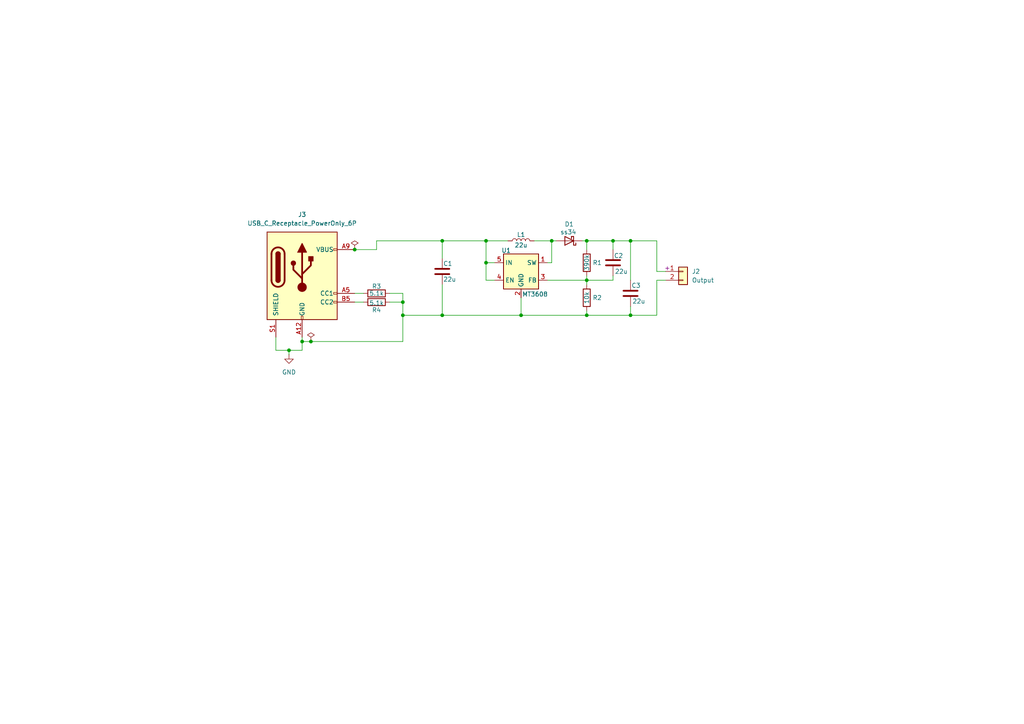
<source format=kicad_sch>
(kicad_sch (version 20231120) (generator "eeschema") (generator_version "8.0")
  (paper "A4")
  (lib_symbols
    (symbol "Connector:USB_C_Receptacle_PowerOnly_6P" (pin_names (offset 1.016))
      (property "Reference" "J" (at 0 16.51 0))
      (property "Value" "USB_C_Receptacle_PowerOnly_6P" (at 0 13.97 0))
      (symbol "USB_C_Receptacle_PowerOnly_6P_0_0"
        (rectangle (start -0.254 -12.7) (end 0.254 -11.684))
        (rectangle (start 10.16 -7.366) (end 9.144 -7.874))
        (rectangle (start 10.16 -4.826) (end 9.144 -5.334))
        (rectangle (start 10.16 7.874) (end 9.144 7.366))
      )
      (symbol "USB_C_Receptacle_PowerOnly_6P_0_1"
        (rectangle (start -10.16 12.7) (end 10.16 -12.7) (stroke (width 0.254)) (fill (type background)))
        (arc (start -8.89 -1.27) (mid -6.985 -3.1667) (end -5.08 -1.27) (stroke (width 0.508)))
        (arc (start -7.62 -1.27) (mid -6.985 -1.9023) (end -6.35 -1.27) (stroke (width 0.254)))
        (arc (start -7.62 -1.27) (mid -6.985 -1.9023) (end -6.35 -1.27) (stroke (width 0.254)) (fill (type outline)))
        (rectangle (start -7.62 -1.27) (end -6.35 6.35) (stroke (width 0.254)) (fill (type outline)))
        (arc (start -6.35 6.35) (mid -6.985 6.9823) (end -7.62 6.35) (stroke (width 0.254)))
        (arc (start -6.35 6.35) (mid -6.985 6.9823) (end -7.62 6.35) (stroke (width 0.254)) (fill (type outline)))
        (arc (start -5.08 6.35) (mid -6.985 8.2467) (end -8.89 6.35) (stroke (width 0.508)))
        (circle (center -2.54 3.683) (radius 0.635) (stroke (width 0.254)) (fill (type outline)))
        (circle (center 0 -3.302) (radius 1.27) (fill (type outline)))
        (polyline (pts (xy -8.89 -1.27) (xy -8.89 6.35)) (stroke (width 0.508)))
        (polyline (pts (xy -5.08 6.35) (xy -5.08 -1.27)) (stroke (width 0.508)))
        (polyline (pts (xy 0 -3.302) (xy 0 6.858)) (stroke (width 0.508)))
        (polyline (pts (xy 0 -0.762) (xy -2.54 1.778) (xy -2.54 3.048)) (stroke (width 0.508)))
        (polyline (pts (xy 0 0.508) (xy 2.54 3.048) (xy 2.54 4.318)) (stroke (width 0.508)))
        (polyline (pts (xy -1.27 6.858) (xy 0 9.398) (xy 1.27 6.858) (xy -1.27 6.858)) (stroke (width 0.254)) (fill (type outline)))
        (rectangle (start 1.905 4.318) (end 3.175 5.588) (stroke (width 0.254)) (fill (type outline)))
      )
      (symbol "USB_C_Receptacle_PowerOnly_6P_1_1"
        (pin passive line (at 0 -17.78 90) (length 5.08) (name "GND") (number "A12"))
        (pin bidirectional line (at 15.24 -5.08 180) (length 5.08) (name "CC1") (number "A5"))
        (pin passive line (at 15.24 7.62 180) (length 5.08) (name "VBUS") (number "A9"))
        (pin passive line (at 0 -17.78 90) (length 5.08) hide (name "GND") (number "B12"))
        (pin bidirectional line (at 15.24 -7.62 180) (length 5.08) (name "CC2") (number "B5"))
        (pin passive line (at 15.24 7.62 180) (length 5.08) hide (name "VBUS") (number "B9"))
        (pin passive line (at -7.62 -17.78 90) (length 5.08) (name "SHIELD") (number "S1"))
      )
    )
    (symbol "Connector_Generic:Conn_01x02" (pin_names (offset 1.016) hide)
      (property "Reference" "J" (at 0 2.54 0))
      (property "Value" "Conn_01x02" (at 0 -5.08 0))
      (symbol "Conn_01x02_1_1"
        (rectangle (start -1.27 -2.413) (end 0 -2.667) (stroke (width 0.1524)))
        (rectangle (start -1.27 0.127) (end 0 -0.127) (stroke (width 0.1524)))
        (rectangle (start -1.27 1.27) (end 1.27 -3.81) (stroke (width 0.254)) (fill (type background)))
        (pin passive line (at -5.08 0 0) (length 3.81) (name "Pin_1") (number "1"))
        (pin passive line (at -5.08 -2.54 0) (length 3.81) (name "Pin_2") (number "2"))
      )
    )
    (symbol "Device:C" (pin_numbers hide) (pin_names (offset 0.254))
      (property "Reference" "C" (at 0.635 2.54 0))
      (property "Value" "C" (at 0.635 -2.54 0))
      (symbol "C_0_1"
        (polyline (pts (xy -2.032 -0.762) (xy 2.032 -0.762)) (stroke (width 0.508)))
        (polyline (pts (xy -2.032 0.762) (xy 2.032 0.762)) (stroke (width 0.508)))
      )
      (symbol "C_1_1"
        (pin passive line (at 0 3.81 270) (length 2.794) (name "~") (number "1"))
        (pin passive line (at 0 -3.81 90) (length 2.794) (name "~") (number "2"))
      )
    )
    (symbol "Device:D_Schottky" (pin_numbers hide) (pin_names (offset 1.016) hide)
      (property "Reference" "D" (at 0 2.54 0))
      (property "Value" "D_Schottky" (at 0 -2.54 0))
      (symbol "D_Schottky_0_1"
        (polyline (pts (xy 1.27 0) (xy -1.27 0)))
        (polyline (pts (xy 1.27 1.27) (xy 1.27 -1.27) (xy -1.27 0) (xy 1.27 1.27)) (stroke (width 0.254)))
        (polyline (pts (xy -1.905 0.635) (xy -1.905 1.27) (xy -1.27 1.27) (xy -1.27 -1.27) (xy -0.635 -1.27) (xy -0.635 -0.635)) (stroke (width 0.254)))
      )
      (symbol "D_Schottky_1_1"
        (pin passive line (at -3.81 0 0) (length 2.54) (name "K") (number "1"))
        (pin passive line (at 3.81 0 180) (length 2.54) (name "A") (number "2"))
      )
    )
    (symbol "Device:L" (pin_numbers hide) (pin_names (offset 1.016) hide)
      (property "Reference" "L" (at -1.27 0 90))
      (property "Value" "L" (at 1.905 0 90))
      (symbol "L_0_1"
        (arc (start 0 -2.54) (mid 0.6323 -1.905) (end 0 -1.27))
        (arc (start 0 -1.27) (mid 0.6323 -0.635) (end 0 0))
        (arc (start 0 0) (mid 0.6323 0.635) (end 0 1.27))
        (arc (start 0 1.27) (mid 0.6323 1.905) (end 0 2.54))
      )
      (symbol "L_1_1"
        (pin passive line (at 0 3.81 270) (length 1.27) (name "1") (number "1"))
        (pin passive line (at 0 -3.81 90) (length 1.27) (name "2") (number "2"))
      )
    )
    (symbol "Device:R" (pin_numbers hide) (pin_names (offset 0))
      (property "Reference" "R" (at 2.032 0 90))
      (property "Value" "R" (at 0 0 90))
      (symbol "R_0_1"
        (rectangle (start -1.016 -2.54) (end 1.016 2.54) (stroke (width 0.254)))
      )
      (symbol "R_1_1"
        (pin passive line (at 0 3.81 270) (length 1.27) (name "~") (number "1"))
        (pin passive line (at 0 -3.81 90) (length 1.27) (name "~") (number "2"))
      )
    )
    (symbol "Regulator_Switching:MT3608"
      (property "Reference" "U" (at -2.54 8.89 0))
      (property "Value" "MT3608" (at -3.81 6.35 0))
      (symbol "MT3608_0_1"
        (rectangle (start -5.08 5.08) (end 5.08 -5.08) (stroke (width 0.254)) (fill (type background)))
      )
      (symbol "MT3608_1_1"
        (pin passive line (at 7.62 2.54 180) (length 2.54) (name "SW") (number "1"))
        (pin power_in line (at 0 -7.62 90) (length 2.54) (name "GND") (number "2"))
        (pin input line (at 7.62 -2.54 180) (length 2.54) (name "FB") (number "3"))
        (pin input line (at -7.62 -2.54 0) (length 2.54) (name "EN") (number "4"))
        (pin power_in line (at -7.62 2.54 0) (length 2.54) (name "IN") (number "5"))
        (pin no_connect line (at 5.08 0 180) (length 2.54) hide (name "NC") (number "6"))
      )
    )
    (symbol "power:GND" (power) (pin_numbers hide) (pin_names (offset 0) hide)
      (property "Value" "GND" (at 0 -3.81 0))
      (symbol "GND_0_1"
        (polyline (pts (xy 0 0) (xy 0 -1.27) (xy 1.27 -1.27) (xy 0 -2.54) (xy -1.27 -1.27) (xy 0 -1.27)))
      )
      (symbol "GND_1_1"
        (pin power_in line (at 0 0 270) (length 0) (name "~") (number "1"))
      )
    )
    (symbol "power:PWR_FLAG" (power) (pin_numbers hide) (pin_names (offset 0) hide)
      (property "Value" "PWR_FLAG" (at 0 3.81 0))
      (symbol "PWR_FLAG_0_0"
        (pin power_out line (at 0 0 90) (length 0) (name "~") (number "1"))
      )
      (symbol "PWR_FLAG_0_1"
        (polyline (pts (xy 0 0) (xy 0 1.27) (xy -1.016 1.905) (xy 0 2.54) (xy 1.016 1.905) (xy 0 1.27)))
      )
    )
  )
  (junction (at 182.88 69.85))
  (junction (at 170.18 69.85))
  (junction (at 116.84 87.63))
  (junction (at 177.8 69.85))
  (junction (at 160.02 69.85))
  (junction (at 128.27 69.85))
  (junction (at 128.27 91.44))
  (junction (at 151.13 91.44))
  (junction (at 170.18 81.28))
  (junction (at 182.88 91.44))
  (junction (at 83.82 101.6))
  (junction (at 87.63 99.06))
  (junction (at 140.97 76.2))
  (junction (at 140.97 69.85))
  (junction (at 90.17 99.06))
  (junction (at 116.84 91.44))
  (junction (at 102.87 72.39))
  (junction (at 170.18 91.44))
  (wire (pts (xy 190.5 91.44) (xy 190.5 81.28)))
  (wire (pts (xy 170.18 91.44) (xy 182.88 91.44)))
  (wire (pts (xy 128.27 91.44) (xy 151.13 91.44)))
  (wire (pts (xy 80.01 101.6) (xy 83.82 101.6)))
  (wire (pts (xy 170.18 90.17) (xy 170.18 91.44)))
  (wire (pts (xy 102.87 85.09) (xy 105.41 85.09)))
  (wire (pts (xy 160.02 69.85) (xy 161.29 69.85)))
  (wire (pts (xy 90.17 99.06) (xy 87.63 99.06)))
  (wire (pts (xy 170.18 69.85) (xy 177.8 69.85)))
  (wire (pts (xy 109.22 69.85) (xy 109.22 72.39)))
  (wire (pts (xy 140.97 81.28) (xy 140.97 76.2)))
  (wire (pts (xy 83.82 102.87) (xy 83.82 101.6)))
  (wire (pts (xy 151.13 86.36) (xy 151.13 91.44)))
  (wire (pts (xy 128.27 69.85) (xy 140.97 69.85)))
  (wire (pts (xy 109.22 72.39) (xy 102.87 72.39)))
  (wire (pts (xy 87.63 101.6) (xy 83.82 101.6)))
  (wire (pts (xy 116.84 85.09) (xy 116.84 87.63)))
  (wire (pts (xy 116.84 87.63) (xy 116.84 91.44)))
  (wire (pts (xy 116.84 91.44) (xy 116.84 99.06)))
  (wire (pts (xy 177.8 81.28) (xy 170.18 81.28)))
  (wire (pts (xy 168.91 69.85) (xy 170.18 69.85)))
  (wire (pts (xy 109.22 69.85) (xy 128.27 69.85)))
  (wire (pts (xy 158.75 81.28) (xy 170.18 81.28)))
  (wire (pts (xy 182.88 69.85) (xy 190.5 69.85)))
  (wire (pts (xy 113.03 85.09) (xy 116.84 85.09)))
  (wire (pts (xy 143.51 81.28) (xy 140.97 81.28)))
  (wire (pts (xy 160.02 76.2) (xy 160.02 69.85)))
  (wire (pts (xy 128.27 82.55) (xy 128.27 91.44)))
  (wire (pts (xy 190.5 69.85) (xy 190.5 78.74)))
  (wire (pts (xy 190.5 78.74) (xy 193.04 78.74)))
  (wire (pts (xy 87.63 97.79) (xy 87.63 99.06)))
  (wire (pts (xy 182.88 69.85) (xy 182.88 81.28)))
  (wire (pts (xy 170.18 69.85) (xy 170.18 72.39)))
  (wire (pts (xy 80.01 97.79) (xy 80.01 101.6)))
  (wire (pts (xy 140.97 76.2) (xy 143.51 76.2)))
  (wire (pts (xy 116.84 99.06) (xy 90.17 99.06)))
  (wire (pts (xy 182.88 91.44) (xy 190.5 91.44)))
  (wire (pts (xy 140.97 69.85) (xy 147.32 69.85)))
  (wire (pts (xy 177.8 80.01) (xy 177.8 81.28)))
  (wire (pts (xy 177.8 69.85) (xy 182.88 69.85)))
  (wire (pts (xy 182.88 88.9) (xy 182.88 91.44)))
  (wire (pts (xy 158.75 76.2) (xy 160.02 76.2)))
  (wire (pts (xy 177.8 69.85) (xy 177.8 72.39)))
  (wire (pts (xy 170.18 82.55) (xy 170.18 81.28)))
  (wire (pts (xy 140.97 76.2) (xy 140.97 69.85)))
  (wire (pts (xy 116.84 91.44) (xy 128.27 91.44)))
  (wire (pts (xy 87.63 99.06) (xy 87.63 101.6)))
  (wire (pts (xy 154.94 69.85) (xy 160.02 69.85)))
  (wire (pts (xy 170.18 81.28) (xy 170.18 80.01)))
  (wire (pts (xy 113.03 87.63) (xy 116.84 87.63)))
  (wire (pts (xy 128.27 69.85) (xy 128.27 74.93)))
  (wire (pts (xy 102.87 87.63) (xy 105.41 87.63)))
  (wire (pts (xy 190.5 81.28) (xy 193.04 81.28)))
  (wire (pts (xy 151.13 91.44) (xy 170.18 91.44)))
  (symbol (lib_id "power:PWR_FLAG") (at 90.17 99.06 0) (unit 1)
    (property "Reference" "#FLG02" (effects (hide yes)))
    (property "Value" "PWR_FLAG" (effects (hide yes)))
    (property "Description" "Special symbol for telling ERC where power comes from" (effects (hide yes)))
  )
  (symbol (lib_id "Device:R") (at 109.22 87.63 90) (unit 1)
    (property "Reference" "R4" (at 109.22 89.916 90))
    (property "Value" "5.1k" (at 109.22 87.884 90))
    (property "Footprint" "Resistor_SMD:R_0603_1608Metric_Pad0.98x0.95mm_HandSolder" (effects (hide yes)))
    (property "Description" "Resistor" (effects (hide yes)))
  )
  (symbol (lib_id "Device:C") (at 182.88 85.09 0) (unit 1)
    (property "Reference" "C3" (at 183.134 82.804 0) (effects (justify left)))
    (property "Value" "22u" (at 183.388 87.376 0) (effects (justify left)))
    (property "Footprint" "Capacitor_SMD:C_0603_1608Metric_Pad1.08x0.95mm_HandSolder" (effects (hide yes)))
    (property "Description" "Unpolarized capacitor" (effects (hide yes)))
  )
  (symbol (lib_id "Connector:USB_C_Receptacle_PowerOnly_6P") (at 87.63 80.01 0) (unit 1)
    (property "Reference" "J3" (at 87.63 62.23 0))
    (property "Value" "USB_C_Receptacle_PowerOnly_6P" (at 87.63 64.77 0))
    (property "Footprint" "Connector_USB:USB_C_Receptacle_HRO_TYPE-C-31-M-17" (effects (hide yes)))
    (property "Datasheet" "https://www.usb.org/sites/default/files/documents/usb_type-c.zip" (effects (hide yes)))
    (property "Description" "USB Power-Only 6P Type-C Receptacle connector" (effects (hide yes)))
  )
  (symbol (lib_id "Device:L") (at 151.13 69.85 90) (unit 1)
    (property "Reference" "L1" (at 151.13 68.072 90))
    (property "Value" "22u" (at 151.13 71.12 90))
    (property "Footprint" "Inductor_SMD:L_0603_1608Metric_Pad1.05x0.95mm_HandSolder" (effects (hide yes)))
    (property "Description" "Inductor" (effects (hide yes)))
  )
  (symbol (lib_id "Device:R") (at 109.22 85.09 90) (unit 1)
    (property "Reference" "R3" (at 109.22 83.058 90))
    (property "Value" "5.1k" (at 109.22 85.09 90))
    (property "Footprint" "Resistor_SMD:R_0603_1608Metric_Pad0.98x0.95mm_HandSolder" (effects (hide yes)))
    (property "Description" "Resistor" (effects (hide yes)))
  )
  (symbol (lib_id "Regulator_Switching:MT3608") (at 151.13 78.74 0) (unit 1)
    (property "Reference" "U1" (at 146.812 72.644 0))
    (property "Value" "MT3608" (at 155.194 85.344 0))
    (property "Footprint" "Package_TO_SOT_SMD:SOT-23-6_Handsoldering" (effects (hide yes)))
    (property "Datasheet" "https://www.olimex.com/Products/Breadboarding/BB-PWR-3608/resources/MT3608.pdf" (effects (hide yes)))
    (property "Description" "High Efficiency 1.2MHz 2A Step Up Converter, 2-24V Vin, 28V Vout, 4A current limit, 1.2MHz, SOT23-6" (effects (hide yes)))
  )
  (symbol (lib_id "power:PWR_FLAG") (at 102.87 72.39 0) (unit 1)
    (property "Reference" "#FLG01" (effects (hide yes)))
    (property "Value" "PWR_FLAG" (effects (hide yes)))
    (property "Description" "Special symbol for telling ERC where power comes from" (effects (hide yes)))
  )
  (symbol (lib_id "Device:R") (at 170.18 86.36 0) (mirror x) (unit 1)
    (property "Reference" "R2" (at 173.228 86.36 0))
    (property "Value" "10k" (at 170.18 86.36 90))
    (property "Footprint" "Resistor_SMD:R_0603_1608Metric_Pad0.98x0.95mm_HandSolder" (effects (hide yes)))
    (property "Description" "Resistor" (effects (hide yes)))
  )
  (symbol (lib_id "Device:C") (at 177.8 76.2 0) (unit 1)
    (property "Reference" "C2" (at 178.054 74.168 0) (effects (justify left)))
    (property "Value" "22u" (at 178.308 78.74 0) (effects (justify left)))
    (property "Footprint" "Capacitor_SMD:C_0603_1608Metric_Pad1.08x0.95mm_HandSolder" (effects (hide yes)))
    (property "Description" "Unpolarized capacitor" (effects (hide yes)))
  )
  (symbol (lib_id "Device:D_Schottky") (at 165.1 69.85 180) (unit 1)
    (property "Reference" "D1" (at 165.1 65.024 0))
    (property "Value" "ss34" (at 164.846 67.31 0))
    (property "Footprint" "Diode_SMD:D_SMA_Handsoldering" (effects (hide yes)))
    (property "Description" "Schottky diode" (effects (hide yes)))
  )
  (symbol (lib_id "Device:R") (at 170.18 76.2 0) (mirror x) (unit 1)
    (property "Reference" "R1" (at 173.228 76.2 0))
    (property "Value" "390k" (at 170.18 76.2 90))
    (property "Footprint" "Resistor_SMD:R_0603_1608Metric_Pad0.98x0.95mm_HandSolder" (effects (hide yes)))
    (property "Description" "Resistor" (effects (hide yes)))
  )
  (symbol (lib_id "Device:C") (at 128.27 78.74 0) (unit 1)
    (property "Reference" "C1" (at 128.524 76.454 0) (effects (justify left)))
    (property "Value" "22u" (at 128.524 81.026 0) (effects (justify left)))
    (property "Footprint" "Capacitor_SMD:C_0603_1608Metric_Pad1.08x0.95mm_HandSolder" (effects (hide yes)))
    (property "Description" "Unpolarized capacitor" (effects (hide yes)))
  )
  (symbol (lib_id "Connector_Generic:Conn_01x02") (at 198.12 78.74 0) (unit 1)
    (property "Reference" "J2" (at 200.66 78.7399 0) (effects (justify left)))
    (property "Value" "Output" (at 200.66 81.2799 0) (effects (justify left)))
    (property "Footprint" "Connector_PinHeader_2.00mm:PinHeader_1x02_P2.00mm_Vertical" (effects (hide yes)))
    (property "Description" "Generic connector, single row, 01x02, script generated (kicad-library-utils/schlib/autogen/connector/)" (effects (hide yes)))
    (property "+" "+" (at 193.548 77.724 0))
  )
  (symbol (lib_id "power:GND") (at 83.82 102.87 0) (unit 1)
    (property "Reference" "#PWR01" (effects (hide yes)))
    (property "Value" "GND" (at 83.82 107.95 0))
    (property "Description" "Power symbol creates a global label with name \"GND\" , ground" (effects (hide yes)))
  )
)
</source>
